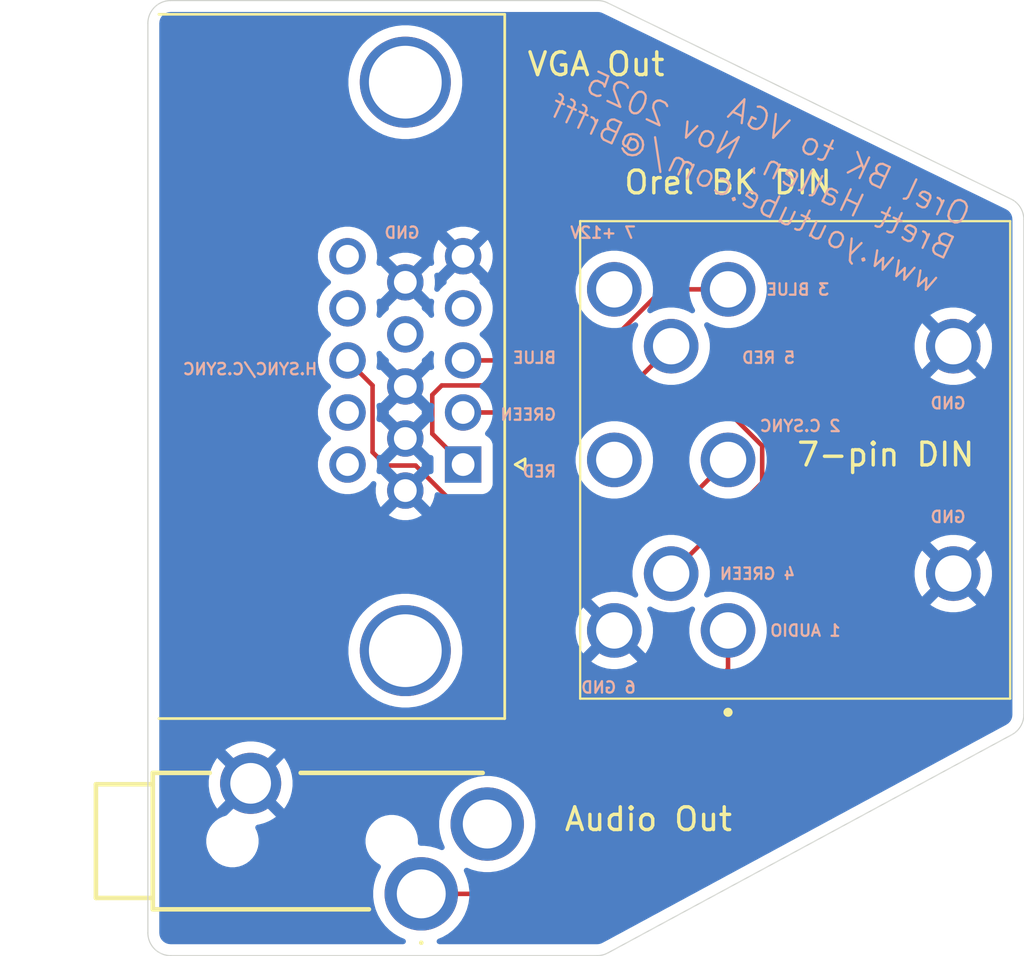
<source format=kicad_pcb>
(kicad_pcb (version 20241229) (generator "pcbnew") (generator_version "9.0")
  (title_block (title "Orel BK DIN to VGA") (date "19/NOV/2025") (rev "A") (company "Brett Hallen") (comment 1 "www.youtube.com/@Brfff"))
  (layers (0 "F.Cu" signal) (2 "B.Cu" signal) (13 "F.Paste" user) (15 "B.Paste" user) (5 "F.SilkS" user "F.Silkscreen") (7 "B.SilkS" user "B.Silkscreen") (1 "F.Mask" user) (3 "B.Mask" user) (25 "Edge.Cuts" user))
  (net 0 "")
  (net 5 "GND")
  (net 6 "RED")
  (net 7 "H.SYNC{slash}C.SYNC")
  (net 8 "BLUE")
  (net 11 "GREEN")
  (net 12 "AUDIO")
  (footprint "Connector_Dsub:DSUB-15-HD_Socket_Horizontal_P2.29x2.54mm_EdgePinOffset8.35mm_Housed_MountingHolesOffset10.89mm" (layer "F.Cu") (at 112.855 85.404338 -90)
    (property "Reference" "J1" (hide yes))
    (property "Value" "VGA Out" (at -17.604338 -5.845 180) (layer "F.SilkS"))
    (fp_line (start -19.8 13.37) (end -19.8 -1.83) (stroke (width 0.12)) (layer "F.SilkS"))
    (fp_line (start -19.8 -1.83) (end 11.17 -1.83) (stroke (width 0.12)) (layer "F.SilkS"))
    (fp_line (start 11.17 -1.83) (end 11.17 13.37) (stroke (width 0.12)) (layer "F.SilkS"))
    (fp_line (start 0 -2.291325) (end -0.25 -2.724338) (stroke (width 0.12)) (layer "F.SilkS"))
    (fp_line (start -0.25 -2.724338) (end 0.25 -2.724338) (stroke (width 0.12)) (layer "F.SilkS"))
    (fp_line (start 0.25 -2.724338) (end 0 -2.291325) (stroke (width 0.12)) (layer "F.SilkS"))
    (pad "0" thru_hole circle (at -16.815 2.54 270) (size 4 4) (drill 3.2) (layers "*.Cu" "*.Mask"))
    (pad "0" thru_hole circle (at 8.185 2.54 270) (size 4 4) (drill 3.2) (layers "*.Cu" "*.Mask"))
    (pad "1" thru_hole rect (at 0 0 270) (size 1.6 1.6) (drill 1) (layers "*.Cu" "*.Mask") (net 6 "RED"))
    (pad "2" thru_hole circle (at -2.29 0 270) (size 1.6 1.6) (drill 1) (layers "*.Cu" "*.Mask") (net 11 "GREEN"))
    (pad "3" thru_hole circle (at -4.58 0 270) (size 1.6 1.6) (drill 1) (layers "*.Cu" "*.Mask") (net 8 "BLUE"))
    (pad "4" thru_hole circle (at -6.87 0 270) (size 1.6 1.6) (drill 1) (layers "*.Cu" "*.Mask"))
    (pad "5" thru_hole circle (at -9.16 0 270) (size 1.6 1.6) (drill 1) (layers "*.Cu" "*.Mask") (net 5 "GND"))
    (pad "6" thru_hole circle (at 1.145 2.54 270) (size 1.6 1.6) (drill 1) (layers "*.Cu" "*.Mask") (net 5 "GND"))
    (pad "7" thru_hole circle (at -1.145 2.54 270) (size 1.6 1.6) (drill 1) (layers "*.Cu" "*.Mask") (net 5 "GND"))
    (pad "8" thru_hole circle (at -3.435 2.54 270) (size 1.6 1.6) (drill 1) (layers "*.Cu" "*.Mask") (net 5 "GND"))
    (pad "9" thru_hole circle (at -5.725 2.54 270) (size 1.6 1.6) (drill 1) (layers "*.Cu" "*.Mask"))
    (pad "10" thru_hole circle (at -8.015 2.54 270) (size 1.6 1.6) (drill 1) (layers "*.Cu" "*.Mask") (net 5 "GND"))
    (pad "11" thru_hole circle (at 0 5.08 270) (size 1.6 1.6) (drill 1) (layers "*.Cu" "*.Mask"))
    (pad "12" thru_hole circle (at -2.29 5.08 270) (size 1.6 1.6) (drill 1) (layers "*.Cu" "*.Mask"))
    (pad "13" thru_hole circle (at -4.58 5.08 270) (size 1.6 1.6) (drill 1) (layers "*.Cu" "*.Mask") (net 7 "H.SYNC{slash}C.SYNC"))
    (pad "14" thru_hole circle (at -6.87 5.08 270) (size 1.6 1.6) (drill 1) (layers "*.Cu" "*.Mask"))
    (pad "15" thru_hole circle (at -9.16 5.08 270) (size 1.6 1.6) (drill 1) (layers "*.Cu" "*.Mask"))
  )
  (footprint "Clueless_Engineer:SJ3350820BTR" (layer "F.Cu") (at 111.016263 104.284316)
    (property "Reference" "J3" (hide yes))
    (property "Value" "Audio Out" (at 9.983737 -3.284316 0) (layer "F.SilkS"))
    (fp_line (start -14.3 -4.82) (end -14.3 0.18) (stroke (width 0.2)) (layer "F.SilkS"))
    (fp_line (start -14.3 0.18) (end -11.8 0.18) (stroke (width 0.2)) (layer "F.SilkS"))
    (fp_line (start -11.8 -5.32) (end -11.8 0.68) (stroke (width 0.2)) (layer "F.SilkS"))
    (fp_line (start -11.8 -4.82) (end -14.3 -4.82) (stroke (width 0.2)) (layer "F.SilkS"))
    (fp_line (start -11.8 0.68) (end -2.3 0.68) (stroke (width 0.2)) (layer "F.SilkS"))
    (fp_line (start -9.3 -5.32) (end -11.8 -5.32) (stroke (width 0.2)) (layer "F.SilkS"))
    (fp_line (start -5.3 -5.32) (end 2.7 -5.32) (stroke (width 0.2)) (layer "F.SilkS"))
    (fp_line (start 0 2.1) (end 0 2.1) (stroke (width 0.1)) (layer "F.SilkS"))
    (fp_line (start 0 2.2) (end 0 2.2) (stroke (width 0.1)) (layer "F.SilkS"))
    (fp_arc (start 0 2.1) (mid 0.05 2.15) (end 0 2.2) (stroke (width 0.1)) (layer "F.SilkS"))
    (fp_arc (start 0 2.2) (mid -0.05 2.15) (end 0 2.1) (stroke (width 0.1)) (layer "F.SilkS"))
    (pad "" np_thru_hole circle (at -8.3 -2.32) (size 1.8 1.8) (drill 1.8) (layers "*.Cu" "*.Mask"))
    (pad "" np_thru_hole circle (at -1.3 -2.32) (size 1.8 1.8) (drill 1.8) (layers "*.Cu" "*.Mask"))
    (pad "2" thru_hole circle (at 0 0) (size 3.225 3.225) (drill 2.15) (layers "*.Cu" "*.Mask") (net 12 "AUDIO"))
    (pad "3" thru_hole circle (at 2.9 -3.07) (size 3.225 3.225) (drill 2.15) (layers "*.Cu" "*.Mask"))
    (pad "5" thru_hole circle (at -7.5 -4.86) (size 2.685 2.685) (drill 1.79) (layers "*.Cu" "*.Mask") (net 5 "GND"))
  )
  (footprint "Clueless_Engineer:6710801" (layer "F.Cu") (at 124.5 92.7 -90)
    (property "Reference" "J5" (hide yes))
    (property "Value" "Orel BK DIN" (hide yes))
    (fp_line (start -18 6.5) (end -18 -12.4) (stroke (width 0.1)) (layer "F.SilkS"))
    (fp_line (start 3 6.5) (end -18 6.5) (stroke (width 0.1)) (layer "F.SilkS"))
    (fp_line (start 3.6 0.1) (end 3.6 0.1) (stroke (width 0.2)) (layer "F.SilkS"))
    (fp_line (start 3.6 -0.1) (end 3.6 -0.1) (stroke (width 0.2)) (layer "F.SilkS"))
    (fp_line (start -18 -12.4) (end 3 -12.4) (stroke (width 0.1)) (layer "F.SilkS"))
    (fp_line (start 3 -12.4) (end 3 6.5) (stroke (width 0.1)) (layer "F.SilkS"))
    (fp_arc (start 3.6 0.1) (mid 3.5 0) (end 3.6 -0.1) (stroke (width 0.2)) (layer "F.SilkS"))
    (fp_arc (start 3.6 -0.1) (mid 3.7 0) (end 3.6 0.1) (stroke (width 0.2)) (layer "F.SilkS"))
    (pad "1" thru_hole circle (at 0 0 270) (size 2.4 2.4) (drill 1.6) (layers "*.Cu" "*.Mask") (net 12 "AUDIO"))
    (pad "2" thru_hole circle (at -7.5 0 270) (size 2.4 2.4) (drill 1.6) (layers "*.Cu" "*.Mask") (net 7 "H.SYNC{slash}C.SYNC"))
    (pad "3" thru_hole circle (at -15 0 270) (size 2.4 2.4) (drill 1.6) (layers "*.Cu" "*.Mask") (net 8 "BLUE"))
    (pad "4" thru_hole circle (at -2.5 2.5 270) (size 2.4 2.4) (drill 1.6) (layers "*.Cu" "*.Mask") (net 11 "GREEN"))
    (pad "5" thru_hole circle (at -12.5 2.5 270) (size 2.4 2.4) (drill 1.6) (layers "*.Cu" "*.Mask") (net 6 "RED"))
    (pad "6" thru_hole circle (at 0 5 270) (size 2.4 2.4) (drill 1.6) (layers "*.Cu" "*.Mask") (net 5 "GND"))
    (pad "7" thru_hole circle (at -15 5 270) (size 2.4 2.4) (drill 1.6) (layers "*.Cu" "*.Mask"))
    (pad "8" thru_hole circle (at -7.5 5 270) (size 2.4 2.4) (drill 1.6) (layers "*.Cu" "*.Mask"))
    (pad "MH1" thru_hole circle (at -2.5 -9.9 270) (size 2.4 2.4) (drill 1.6) (layers "*.Cu" "*.Mask") (net 5 "GND"))
    (pad "MH2" thru_hole circle (at -12.5 -9.9 270) (size 2.4 2.4) (drill 1.6) (layers "*.Cu" "*.Mask") (net 5 "GND"))
  )
  (gr_line (start 137.5 74.62557) (end 137.5 96.403798) (stroke (width 0.05)) (layer "Edge.Cuts"))
  (gr_arc (start 137.5 96.403798) (mid 137.35893 96.915894) (end 136.975517 97.283504) (stroke (width 0.05)) (layer "Edge.Cuts"))
  (gr_arc (start 99 66) (mid 99.292893 65.292893) (end 100 65) (stroke (width 0.05)) (layer "Edge.Cuts"))
  (gr_arc (start 136.937466 73.726335) (mid 137.347781 74.095224) (end 137.5 74.62557) (stroke (width 0.05)) (layer "Edge.Cuts"))
  (gr_line (start 99 106) (end 99 66) (stroke (width 0.05)) (layer "Edge.Cuts"))
  (gr_line (start 136.975517 97.283504) (end 119.222543 106.879706) (stroke (width 0.05)) (layer "Edge.Cuts"))
  (gr_line (start 100 65) (end 118.769662 65) (stroke (width 0.05)) (layer "Edge.Cuts"))
  (gr_arc (start 118.769662 65) (mid 118.994125 65.025509) (end 119.207128 65.100765) (stroke (width 0.05)) (layer "Edge.Cuts"))
  (gr_arc (start 119.222543 106.879706) (mid 118.992274 106.96946) (end 118.747026 107) (stroke (width 0.05)) (layer "Edge.Cuts"))
  (gr_line (start 118.747026 107) (end 100 107) (stroke (width 0.05)) (layer "Edge.Cuts"))
  (gr_arc (start 100 107) (mid 99.292893 106.707107) (end 99 106) (stroke (width 0.05)) (layer "Edge.Cuts"))
  (gr_line (start 119.207128 65.100765) (end 136.937466 73.726335) (stroke (width 0.05)) (layer "Edge.Cuts"))
  (gr_text "7-pin DIN" (at 127.45 85.55 0) (layer "F.SilkS") (effects (font (size 1 1)) (justify left bottom)))
  (gr_text "Orel BK DIN" (at 124.5 73 0) (layer "F.SilkS") (effects (font (size 1 1))))
  (gr_text "Orel BK to VGA\nBrett Hallen, Nov 2025\nwww.youtube.com/@Brfff" (at 133.5 78 335) (layer "B.SilkS") (effects (font (size 1 1) (thickness 0.1)) (justify left bottom mirror)))
  (gr_text "6 GND" (at 120.5 95.5 0) (layer "B.SilkS") (effects (font (size 0.5 0.5) (thickness 0.1) (bold yes)) (justify left bottom mirror)))
  (gr_text "4 GREEN" (at 127.5 90.5 0) (layer "B.SilkS") (effects (font (size 0.5 0.5) (thickness 0.1) (bold yes)) (justify left bottom mirror)))
  (gr_text "GND" (at 135 83 0) (layer "B.SilkS") (effects (font (size 0.5 0.5) (thickness 0.1) (bold yes)) (justify left bottom mirror)))
  (gr_text "BLUE" (at 117 81 0) (layer "B.SilkS") (effects (font (size 0.5 0.5) (thickness 0.1) (bold yes)) (justify left bottom mirror)))
  (gr_text "7 +12V" (at 120.5 75.5 0) (layer "B.SilkS") (effects (font (size 0.5 0.5) (thickness 0.1) (bold yes)) (justify left bottom mirror)))
  (gr_text "RED" (at 117 86 0) (layer "B.SilkS") (effects (font (size 0.5 0.5) (thickness 0.1) (bold yes)) (justify left bottom mirror)))
  (gr_text "5 RED" (at 127.5 81 0) (layer "B.SilkS") (effects (font (size 0.5 0.5) (thickness 0.1) (bold yes)) (justify left bottom mirror)))
  (gr_text "1 AUDIO" (at 129.5 93 0) (layer "B.SilkS") (effects (font (size 0.5 0.5) (thickness 0.1) (bold yes)) (justify left bottom mirror)))
  (gr_text "GND" (at 111 75.5 0) (layer "B.SilkS") (effects (font (size 0.5 0.5) (thickness 0.1) (bold yes)) (justify left bottom mirror)))
  (gr_text "H.SYNC/C.SYNC" (at 106.5 81.5 0) (layer "B.SilkS") (effects (font (size 0.5 0.5) (thickness 0.1) (bold yes)) (justify left bottom mirror)))
  (gr_text "GREEN" (at 117 83.5 0) (layer "B.SilkS") (effects (font (size 0.5 0.5) (thickness 0.1) (bold yes)) (justify left bottom mirror)))
  (gr_text "2 C.SYNC" (at 129.5 84 0) (layer "B.SilkS") (effects (font (size 0.5 0.5) (thickness 0.1) (bold yes)) (justify left bottom mirror)))
  (gr_text "GND" (at 135 88 0) (layer "B.SilkS") (effects (font (size 0.5 0.5) (thickness 0.1) (bold yes)) (justify left bottom mirror)))
  (gr_text "3 BLUE" (at 129 78 0) (layer "B.SilkS") (effects (font (size 0.5 0.5) (thickness 0.1) (bold yes)) (justify left bottom mirror)))
  (segment (start 111.5 82.341388) (end 111.5 84.049338) (width 0.2) (layer "F.Cu") (net 6))
  (segment (start 120.274662 81.925338) (end 111.91605 81.925338) (width 0.2) (layer "F.Cu") (net 6))
  (segment (start 111.91605 81.925338) (end 111.5 82.341388) (width 0.2) (layer "F.Cu") (net 6))
  (segment (start 122 80.2) (end 120.274662 81.925338) (width 0.2) (layer "F.Cu") (net 6))
  (segment (start 111.5 84.049338) (end 112.855 85.404338) (width 0.2) (layer "F.Cu") (net 6))
  (segment (start 108.876 84.860288) (end 108.876 81.925338) (width 0.2) (layer "F.Cu") (net 7))
  (segment (start 108.876 81.925338) (end 107.775 80.824338) (width 0.2) (layer "F.Cu") (net 7))
  (segment (start 124.5 85.2) (end 122.049662 87.650338) (width 0.2) (layer "F.Cu") (net 7))
  (segment (start 122.049662 87.650338) (end 112.97305 87.650338) (width 0.2) (layer "F.Cu") (net 7))
  (segment (start 109.46405 85.448338) (end 108.876 84.860288) (width 0.2) (layer "F.Cu") (net 7))
  (segment (start 110.77105 85.448338) (end 109.46405 85.448338) (width 0.2) (layer "F.Cu") (net 7))
  (segment (start 112.97305 87.650338) (end 110.77105 85.448338) (width 0.2) (layer "F.Cu") (net 7))
  (segment (start 118.498397 80.824338) (end 112.855 80.824338) (width 0.2) (layer "F.Cu") (net 8))
  (segment (start 121.622735 77.7) (end 118.498397 80.824338) (width 0.2) (layer "F.Cu") (net 8))
  (segment (start 124.5 77.7) (end 121.622735 77.7) (width 0.2) (layer "F.Cu") (net 8))
  (segment (start 126.001 86.199) (end 126.001 84.578265) (width 0.2) (layer "F.Cu") (net 11))
  (segment (start 126.001 84.578265) (end 124.537073 83.114338) (width 0.2) (layer "F.Cu") (net 11))
  (segment (start 124.537073 83.114338) (end 112.855 83.114338) (width 0.2) (layer "F.Cu") (net 11))
  (segment (start 122 90.2) (end 126.001 86.199) (width 0.2) (layer "F.Cu") (net 11))
  (segment (start 114.61274 104.284316) (end 124.5 94.397056) (width 0.2) (layer "F.Cu") (net 12))
  (segment (start 124.5 94.397056) (end 124.5 92.7) (width 0.2) (layer "F.Cu") (net 12))
  (segment (start 111.016263 104.284316) (end 114.61274 104.284316) (width 0.2) (layer "F.Cu") (net 12))
  (zone (net 5) (net_name "GND") (layer "B.Cu") (connect_pads (clearance 0.5)) (min_thickness 0.25) (fill yes (thermal_gap 0.5) (thermal_bridge_width 0.5))
    (polygon (pts (xy 99 65) (xy 119 65) (xy 137.5 74) (xy 137.5 97) (xy 119 107) (xy 99 107)))
  )
)
</source>
